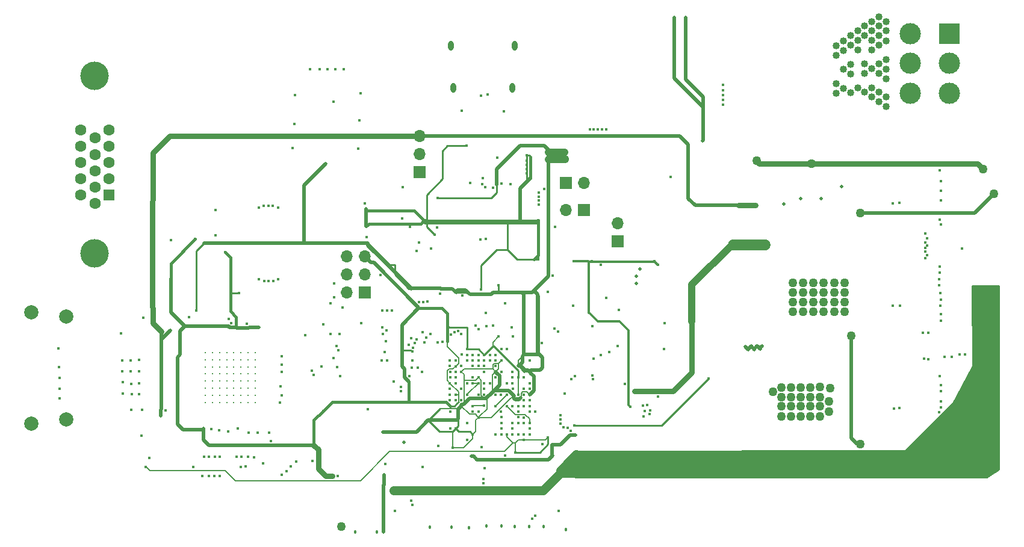
<source format=gbr>
G04 #@! TF.GenerationSoftware,KiCad,Pcbnew,(5.0.2)-1*
G04 #@! TF.CreationDate,2019-04-03T00:40:33-04:00*
G04 #@! TF.ProjectId,RASAC,52415341-432e-46b6-9963-61645f706362,rev?*
G04 #@! TF.SameCoordinates,Original*
G04 #@! TF.FileFunction,Copper,L2,Inr*
G04 #@! TF.FilePolarity,Positive*
%FSLAX46Y46*%
G04 Gerber Fmt 4.6, Leading zero omitted, Abs format (unit mm)*
G04 Created by KiCad (PCBNEW (5.0.2)-1) date 4/3/2019 12:40:33 AM*
%MOMM*%
%LPD*%
G01*
G04 APERTURE LIST*
G04 #@! TA.AperFunction,ViaPad*
%ADD10C,4.000000*%
G04 #@! TD*
G04 #@! TA.AperFunction,ViaPad*
%ADD11C,1.600000*%
G04 #@! TD*
G04 #@! TA.AperFunction,ViaPad*
%ADD12R,1.600000X1.600000*%
G04 #@! TD*
G04 #@! TA.AperFunction,ViaPad*
%ADD13O,0.800000X1.400000*%
G04 #@! TD*
G04 #@! TA.AperFunction,ViaPad*
%ADD14C,0.300000*%
G04 #@! TD*
G04 #@! TA.AperFunction,ViaPad*
%ADD15C,3.000000*%
G04 #@! TD*
G04 #@! TA.AperFunction,ViaPad*
%ADD16R,3.000000X3.000000*%
G04 #@! TD*
G04 #@! TA.AperFunction,ViaPad*
%ADD17O,1.700000X1.700000*%
G04 #@! TD*
G04 #@! TA.AperFunction,ViaPad*
%ADD18R,1.700000X1.700000*%
G04 #@! TD*
G04 #@! TA.AperFunction,ViaPad*
%ADD19C,2.000000*%
G04 #@! TD*
G04 #@! TA.AperFunction,ViaPad*
%ADD20C,0.450088*%
G04 #@! TD*
G04 #@! TA.AperFunction,ViaPad*
%ADD21C,1.270000*%
G04 #@! TD*
G04 #@! TA.AperFunction,ViaPad*
%ADD22C,0.508000*%
G04 #@! TD*
G04 #@! TA.AperFunction,ViaPad*
%ADD23C,0.457200*%
G04 #@! TD*
G04 #@! TA.AperFunction,ViaPad*
%ADD24C,1.016000*%
G04 #@! TD*
G04 #@! TA.AperFunction,Conductor*
%ADD25C,0.508000*%
G04 #@! TD*
G04 #@! TA.AperFunction,Conductor*
%ADD26C,0.762000*%
G04 #@! TD*
G04 #@! TA.AperFunction,Conductor*
%ADD27C,1.270000*%
G04 #@! TD*
G04 #@! TA.AperFunction,Conductor*
%ADD28C,0.254000*%
G04 #@! TD*
G04 #@! TA.AperFunction,Conductor*
%ADD29C,0.381000*%
G04 #@! TD*
G04 #@! TA.AperFunction,Conductor*
%ADD30C,0.152400*%
G04 #@! TD*
G04 #@! TA.AperFunction,Conductor*
%ADD31C,0.406400*%
G04 #@! TD*
G04 #@! TA.AperFunction,Conductor*
%ADD32C,0.203200*%
G04 #@! TD*
G04 #@! TA.AperFunction,Conductor*
%ADD33C,0.304800*%
G04 #@! TD*
G04 #@! TA.AperFunction,Conductor*
%ADD34C,1.524000*%
G04 #@! TD*
G04 #@! TA.AperFunction,Conductor*
%ADD35C,1.016000*%
G04 #@! TD*
G04 APERTURE END LIST*
D10*
G04 #@! TO.N,GND*
G04 #@! TO.C,J6*
X93448920Y-106444900D03*
X93448920Y-81444900D03*
D11*
G04 #@! TO.N,Net-(J6-Pad15)*
X91538920Y-89099900D03*
G04 #@! TO.N,Net-(J6-Pad14)*
X91538920Y-91389900D03*
G04 #@! TO.N,Net-(J6-Pad13)*
X91538920Y-93679900D03*
G04 #@! TO.N,Net-(J6-Pad12)*
X91538920Y-95969900D03*
G04 #@! TO.N,Net-(J6-Pad11)*
X91538920Y-98259900D03*
G04 #@! TO.N,GND*
X93518920Y-90244900D03*
G04 #@! TO.N,Net-(J6-Pad9)*
X93518920Y-92534900D03*
G04 #@! TO.N,GND*
X93518920Y-94824900D03*
X93518920Y-97114900D03*
X93518920Y-99404900D03*
X95498920Y-89099900D03*
G04 #@! TO.N,Net-(J6-Pad4)*
X95498920Y-91389900D03*
G04 #@! TO.N,Net-(J6-Pad3)*
X95498920Y-93679900D03*
G04 #@! TO.N,Net-(J6-Pad2)*
X95498920Y-95969900D03*
D12*
G04 #@! TO.N,Net-(J6-Pad1)*
X95498920Y-98259900D03*
G04 #@! TD*
D13*
G04 #@! TO.N,GND*
G04 #@! TO.C,J4*
X152564380Y-77210640D03*
X143584380Y-77210640D03*
X143944380Y-83160640D03*
X152204380Y-83160640D03*
G04 #@! TD*
D14*
G04 #@! TO.N,GND*
G04 #@! TO.C,J5*
X109052480Y-127429140D03*
X110052480Y-127429140D03*
X111052480Y-127429140D03*
X112052480Y-127429140D03*
X112052480Y-126429140D03*
X111052480Y-126429140D03*
X110052480Y-126429140D03*
X109052480Y-126429140D03*
X109052480Y-125429140D03*
X110052480Y-125429140D03*
X111052480Y-125429140D03*
X112052480Y-125429140D03*
X112052480Y-124429140D03*
X111052480Y-124429140D03*
X110052480Y-124429140D03*
X109052480Y-124429140D03*
X109052480Y-123429140D03*
X110052480Y-123429140D03*
X111052480Y-123429140D03*
X112052480Y-123429140D03*
X112052480Y-122429140D03*
X111052480Y-122429140D03*
X110052480Y-122429140D03*
X109052480Y-122429140D03*
X109052480Y-121429140D03*
X110052480Y-121429140D03*
X111052480Y-121429140D03*
X112052480Y-121429140D03*
X112052480Y-120429140D03*
X111052480Y-120429140D03*
X110052480Y-120429140D03*
X109052480Y-120429140D03*
X113052480Y-127429140D03*
X114052480Y-127429140D03*
X113052480Y-126429140D03*
X114052480Y-126429140D03*
X113052480Y-125429140D03*
X114052480Y-125429140D03*
X114052480Y-124429140D03*
X113052480Y-124429140D03*
X113052480Y-123429140D03*
X114052480Y-123429140D03*
X114052480Y-122429140D03*
X113052480Y-122429140D03*
X113052480Y-121429140D03*
X114052480Y-121429140D03*
X113052480Y-120429140D03*
X114052480Y-120429140D03*
X115052480Y-120429140D03*
X115052480Y-121429140D03*
X115052480Y-122429140D03*
X115052480Y-123429140D03*
X115052480Y-124429140D03*
X115052480Y-125429140D03*
X115052480Y-126429140D03*
X115052480Y-127429140D03*
X116052480Y-127429140D03*
X116052480Y-126429140D03*
X116052480Y-125429140D03*
X116052480Y-124429140D03*
X116052480Y-123429140D03*
X116052480Y-122429140D03*
X116052480Y-121429140D03*
X116052480Y-120429140D03*
G04 #@! TD*
D15*
G04 #@! TO.N,GND*
G04 #@! TO.C,J2*
X208152100Y-83919280D03*
G04 #@! TO.N,Net-(J2-Pad5)*
X208152100Y-79719280D03*
G04 #@! TO.N,GND*
X208152100Y-75519280D03*
G04 #@! TO.N,Net-(D1-Pad2)*
X213652100Y-83919280D03*
G04 #@! TO.N,Net-(J2-Pad2)*
X213652100Y-79719280D03*
D16*
G04 #@! TO.N,Net-(D1-Pad2)*
X213652100Y-75519280D03*
G04 #@! TD*
D17*
G04 #@! TO.N,GND*
G04 #@! TO.C,J3*
X128955800Y-106873040D03*
G04 #@! TO.N,VCC3V3*
X131495800Y-106873040D03*
G04 #@! TO.N,JTAG_TDO*
X128955800Y-109413040D03*
G04 #@! TO.N,JTAG_TDI*
X131495800Y-109413040D03*
G04 #@! TO.N,JTAG_TMS*
X128955800Y-111953040D03*
D18*
G04 #@! TO.N,JTAG_TCK*
X131495800Y-111953040D03*
G04 #@! TD*
D19*
G04 #@! TO.N,GND*
G04 #@! TO.C,J7*
X84594700Y-130460880D03*
X84594700Y-114760880D03*
X89494700Y-129860880D03*
X89494700Y-115360880D03*
G04 #@! TD*
D17*
G04 #@! TO.N,JTAG_TDI*
G04 #@! TO.C,J8*
X162308540Y-96545400D03*
D18*
G04 #@! TO.N,Net-(J8-Pad1)*
X159768540Y-96545400D03*
G04 #@! TD*
D17*
G04 #@! TO.N,Net-(J9-Pad2)*
G04 #@! TO.C,J9*
X159781240Y-100342700D03*
D18*
G04 #@! TO.N,JTAG_TDO*
X162321240Y-100342700D03*
G04 #@! TD*
D17*
G04 #@! TO.N,VCC5V0*
G04 #@! TO.C,J12*
X139158980Y-89966800D03*
G04 #@! TO.N,Net-(J12-Pad2)*
X139158980Y-92506800D03*
D18*
G04 #@! TO.N,USB_VBUS_1*
X139158980Y-95046800D03*
G04 #@! TD*
G04 #@! TO.N,EMCCLK*
G04 #@! TO.C,J14*
X167048180Y-104792780D03*
D17*
G04 #@! TO.N,Net-(J14-Pad2)*
X167048180Y-102252780D03*
G04 #@! TD*
D20*
G04 #@! TO.N,PCIe_CLK_P*
X153858648Y-129536390D03*
X148163280Y-138187176D03*
X158996873Y-129205686D03*
G04 #@! TO.N,PCIe_CLK_N*
X153858648Y-130336490D03*
X148163280Y-138815064D03*
X158996873Y-129833574D03*
D21*
G04 #@! TO.N,PCIe_12V*
X201168000Y-100774500D03*
X219951300Y-98105280D03*
X194284600Y-93802200D03*
X218435740Y-94589720D03*
X186588400Y-93446600D03*
D22*
X219951300Y-132892800D03*
X219951300Y-132280660D03*
X219951300Y-131658360D03*
X219951300Y-131036060D03*
X219951300Y-130395980D03*
X219951300Y-129811780D03*
X219951300Y-129209800D03*
X219951300Y-128605280D03*
X219951300Y-128117600D03*
X219673600Y-126555500D03*
X219198620Y-126080520D03*
X217420500Y-123302400D03*
X217420500Y-123302400D03*
X217420500Y-123302400D03*
X219951300Y-120771600D03*
X217420500Y-123302400D03*
X217420500Y-123302400D03*
X219951300Y-123512580D03*
X219951300Y-122359420D03*
X219951300Y-124485400D03*
X217420500Y-124302400D03*
X217420500Y-123784360D03*
X217987040Y-124868940D03*
X217987040Y-124868940D03*
X217987040Y-124868940D03*
X219951300Y-119253000D03*
X219155960Y-121566940D03*
X219951300Y-118704360D03*
X219951300Y-116908580D03*
X219951300Y-116329460D03*
X219951300Y-114477800D03*
X219951300Y-113954560D03*
X219951300Y-113398300D03*
X219951300Y-112842040D03*
D20*
X138371580Y-139852400D03*
X137906760Y-139852400D03*
X137441940Y-139852400D03*
X136972040Y-139852400D03*
X136507220Y-139852400D03*
X136039860Y-139852400D03*
X135575040Y-139852400D03*
D21*
X128153160Y-144895160D03*
D20*
G04 #@! TO.N,VCC3V3*
X143442108Y-124718010D03*
X143056028Y-118809970D03*
X154273967Y-95232348D03*
X154279047Y-94627828D03*
X154286667Y-94023308D03*
X154279047Y-93451808D03*
X154286667Y-92656788D03*
X131622800Y-100210620D03*
X131655820Y-102689660D03*
X141290040Y-103840280D03*
X145760440Y-91338400D03*
X155864560Y-101823520D03*
X155851860Y-107289600D03*
X147820380Y-111531400D03*
X144254220Y-122339100D03*
X143461740Y-127932180D03*
X144246600Y-126326900D03*
X153052780Y-123934220D03*
X153047700Y-126329440D03*
X105516680Y-120680480D03*
X105153460Y-123080780D03*
X110754160Y-116738400D03*
X116558060Y-116852700D03*
X104178100Y-110025180D03*
X105112820Y-126164340D03*
X108788200Y-131066540D03*
X126875540Y-137782300D03*
X112572800Y-110690660D03*
X112565180Y-112016540D03*
X148254720Y-120731280D03*
X150294340Y-118181120D03*
X145855108Y-119938800D03*
X127635000Y-137782300D03*
X131622800Y-102077520D03*
X131622800Y-101396800D03*
X131622800Y-100774500D03*
X138142980Y-120302020D03*
X160825180Y-107535980D03*
X162986720Y-114137440D03*
X172709840Y-108104940D03*
X172161200Y-107556300D03*
X125453140Y-137302240D03*
X124940060Y-136789160D03*
X125933200Y-137782300D03*
X168793160Y-128036320D03*
X152112753Y-101955600D03*
X152112753Y-101955600D03*
X153024840Y-102143560D03*
X105905300Y-131267200D03*
X113807240Y-112016540D03*
X163377880Y-107602020D03*
X125615700Y-128615440D03*
X111843820Y-106324400D03*
X107582300Y-104457500D03*
D21*
G04 #@! TO.N,MGTAVCC*
X199885300Y-118071900D03*
X201180700Y-133261100D03*
D20*
X154656008Y-130333950D03*
X151458348Y-126336290D03*
X151463428Y-127941370D03*
X149863328Y-127941270D03*
X148243008Y-127920950D03*
X146653168Y-127931110D03*
X145852968Y-126335990D03*
X147463328Y-124725630D03*
X146647688Y-124725630D03*
X184912000Y-105257600D03*
X185437780Y-105257600D03*
X185841640Y-105257600D03*
X187107700Y-105309800D03*
X187107700Y-105309800D03*
X187777120Y-105257600D03*
X152252680Y-124736860D03*
X177459640Y-116065300D03*
X177459640Y-115590320D03*
X177459640Y-115062000D03*
X177459640Y-114515900D03*
X148258352Y-125526800D03*
X157802580Y-133398260D03*
X161071754Y-132042094D03*
X169367200Y-125816360D03*
X146469100Y-135018780D03*
X179069780Y-85910420D03*
X179029360Y-84421980D03*
X179003200Y-90606120D03*
X176578260Y-73245980D03*
X174980600Y-73245980D03*
D23*
G04 #@! TO.N,VCC1V8*
X184950100Y-119570500D03*
X185381900Y-120012460D03*
X185790840Y-119537480D03*
X186253120Y-119999760D03*
X186618880Y-119517160D03*
X187076080Y-119946420D03*
X187325000Y-119458740D03*
D20*
X144254908Y-131134050D03*
X147452768Y-129533850D03*
X145052468Y-127931110D03*
X156444368Y-121136610D03*
X153061088Y-122327870D03*
X154656208Y-123133050D03*
X150650628Y-121537930D03*
X145049928Y-123127970D03*
X147460288Y-123938230D03*
X149847488Y-123125430D03*
X140393420Y-129943860D03*
X146657060Y-131937760D03*
X149072600Y-126329440D03*
X154658060Y-126334520D03*
X153847800Y-120723660D03*
X143852900Y-133799580D03*
X134002780Y-131594860D03*
X149983907Y-96847788D03*
X141678660Y-98656140D03*
X135691880Y-109100620D03*
X150301960Y-110916720D03*
X107777280Y-114533680D03*
X151457660Y-119931180D03*
X116367560Y-105046780D03*
X117706140Y-105046780D03*
X118513860Y-105046780D03*
X119479060Y-105046780D03*
X117002560Y-105044240D03*
X118988840Y-105044240D03*
X157312360Y-93210380D03*
X159636460Y-93207840D03*
X158805880Y-93210380D03*
X158003240Y-93210380D03*
X159588200Y-92257880D03*
X157312360Y-92257880D03*
X158048960Y-92257880D03*
X158833820Y-92257880D03*
X128234440Y-105046780D03*
X126011940Y-93842840D03*
X127043261Y-85130640D03*
G04 #@! TO.N,MGTAVTT*
X153852880Y-132735320D03*
X160924240Y-130670440D03*
X179806600Y-124104400D03*
X151460200Y-131935220D03*
X152655508Y-134517368D03*
X157238700Y-132333450D03*
X100652580Y-136512300D03*
G04 #@! TO.N,Net-(C69-Pad1)*
X150131227Y-92966668D03*
G04 #@! TO.N,Net-(C70-Pad1)*
X146311507Y-96540320D03*
G04 #@! TO.N,VCC2V5*
X172735240Y-126611380D03*
X173649640Y-116255800D03*
G04 #@! TO.N,VCC5V0*
X104106980Y-117320060D03*
X102821740Y-117429280D03*
X102778560Y-129339340D03*
X184073800Y-99720400D03*
X185607960Y-99720400D03*
X184800240Y-99720400D03*
X186425840Y-99720400D03*
X101699060Y-114244120D03*
X101585550Y-113901136D03*
X101617655Y-107792520D03*
X101627813Y-105859580D03*
G04 #@! TO.N,Net-(D3-Pad2)*
X143449728Y-125528270D03*
X152166320Y-116868956D03*
G04 #@! TO.N,Net-(D4-Pad2)*
X152255908Y-123935690D03*
X152265380Y-118101364D03*
G04 #@! TO.N,MSEN*
X112359440Y-115702080D03*
G04 #@! TO.N,PCIe_PRSNT_B*
X135712200Y-142707360D03*
X158696660Y-142707360D03*
G04 #@! TO.N,PCIe_3.3V*
X134147560Y-137612120D03*
X134139940Y-145689320D03*
X134139940Y-144559020D03*
X134139940Y-143543020D03*
G04 #@! TO.N,PCIe_WAKE_B*
X149855608Y-122332950D03*
X138160760Y-141874240D03*
G04 #@! TO.N,PCIe_PERST*
X137965180Y-141218920D03*
X149065668Y-121522690D03*
X148343620Y-136644380D03*
G04 #@! TO.N,PCIe_RX0_P*
X152255908Y-131134050D03*
G04 #@! TO.N,PCIe_RX0_N*
X152255908Y-131931610D03*
G04 #@! TO.N,PCIe_RX1_P*
X159008068Y-130461008D03*
G04 #@! TO.N,PCIe_RX1_N*
X159452052Y-130904992D03*
G04 #@! TO.N,PCIe_RX2_P*
X154653668Y-131128970D03*
X160011453Y-130991898D03*
G04 #@! TO.N,PCIe_RX2_N*
X154653668Y-131929070D03*
X160455437Y-131435882D03*
G04 #@! TO.N,PCIe_RX3_P*
X150660788Y-131131510D03*
X154977088Y-143815812D03*
G04 #@! TO.N,PCIe_RX3_N*
X155421072Y-143371828D03*
X150658248Y-131926530D03*
G04 #@! TO.N,JTAG_TDO*
X143449728Y-127128470D03*
G04 #@! TO.N,JTAG_TDI*
X143449728Y-126325830D03*
G04 #@! TO.N,JTAG_TMS*
X144254908Y-127131010D03*
X158239460Y-102692200D03*
X157867604Y-109552740D03*
X133712214Y-109533426D03*
G04 #@! TO.N,JTAG_TCK*
X152258448Y-127933650D03*
X156690060Y-97398840D03*
G04 #@! TO.N,USB_DM_1*
X148003260Y-96707960D03*
X148711558Y-84103042D03*
X147828000Y-84312760D03*
G04 #@! TO.N,USB_DP_1*
X148396960Y-97119440D03*
G04 #@! TO.N,HDMI_D1*
X119811800Y-120944640D03*
G04 #@! TO.N,HDMI_D3*
X119755920Y-122095260D03*
G04 #@! TO.N,HDMI_D5*
X119776240Y-123108720D03*
G04 #@! TO.N,HDMI_D7*
X119651780Y-125188980D03*
G04 #@! TO.N,HDMI_D9*
X119778780Y-126474220D03*
G04 #@! TO.N,HDMI_D11*
X119501920Y-127480060D03*
G04 #@! TO.N,HDMI_D13*
X116377720Y-131681220D03*
G04 #@! TO.N,HDMI_D15*
X115100100Y-131668520D03*
G04 #@! TO.N,HDMI_D17*
X113596420Y-131056380D03*
G04 #@! TO.N,HDMI_D19*
X112247680Y-131498340D03*
G04 #@! TO.N,HDMI_D21*
X111025940Y-131320540D03*
G04 #@! TO.N,HDMI_D23*
X109898180Y-131213860D03*
G04 #@! TO.N,HDMI_SCL*
X126644400Y-113474500D03*
X157182820Y-111899700D03*
G04 #@! TO.N,HDMI_SDA*
X154658748Y-124735790D03*
X128323340Y-114110516D03*
G04 #@! TO.N,HDMI_RST*
X137713720Y-123710700D03*
X128005840Y-123725940D03*
G04 #@! TO.N,HPD*
X112694720Y-116283740D03*
X100274120Y-115511580D03*
G04 #@! TO.N,HDMI_HSYNC*
X114901980Y-116372640D03*
G04 #@! TO.N,Net-(J6-Pad3)*
X163517580Y-116697760D03*
X133913880Y-114513360D03*
G04 #@! TO.N,Net-(J6-Pad2)*
X163609020Y-121307860D03*
X134594600Y-114520980D03*
G04 #@! TO.N,Net-(J6-Pad1)*
X164658040Y-120787160D03*
X135242300Y-114475260D03*
G04 #@! TO.N,Net-(J13-Pad3)*
X152255908Y-123133050D03*
X165821360Y-120378220D03*
G04 #@! TO.N,Net-(J13-Pad2)*
X144252368Y-124728170D03*
X173583600Y-119915940D03*
G04 #@! TO.N,Net-(J13-Pad1)*
X144254908Y-123933150D03*
X167055800Y-119527320D03*
G04 #@! TO.N,EMCCLK*
X148602700Y-116718080D03*
X160807594Y-113860774D03*
G04 #@! TO.N,Net-(R10-Pad2)*
X141650720Y-102814120D03*
G04 #@! TO.N,Net-(R11-Pad1)*
X131439920Y-99456240D03*
G04 #@! TO.N,Net-(R12-Pad1)*
X136761220Y-101544120D03*
G04 #@! TO.N,Net-(R13-Pad2)*
X137853420Y-102768400D03*
G04 #@! TO.N,Net-(R13-Pad1)*
X139090400Y-104942640D03*
G04 #@! TO.N,FCS_B*
X148257948Y-121527770D03*
X164632640Y-108058204D03*
G04 #@! TO.N,D01*
X148490940Y-114843560D03*
G04 #@! TO.N,D02*
X149863228Y-121525230D03*
X149506940Y-116651024D03*
X151185880Y-113449100D03*
G04 #@! TO.N,SYSCLK_N*
X147452768Y-121530310D03*
D22*
X169687240Y-110685580D03*
D20*
G04 #@! TO.N,SYSCLK_P*
X147452768Y-120735290D03*
D22*
X170134280Y-108686600D03*
D20*
G04 #@! TO.N,D03*
X149853068Y-120730210D03*
G04 #@! TO.N,D00*
X149055508Y-120730210D03*
G04 #@! TO.N,Net-(R25-Pad2)*
X145055008Y-125533350D03*
D22*
X137015220Y-133073140D03*
D20*
G04 #@! TO.N,RxD_LED*
X140779500Y-105740200D03*
G04 #@! TO.N,HDMI_R_D0*
X146657748Y-122330410D03*
X123093480Y-117995700D03*
G04 #@! TO.N,HDMI_R_D2*
X126631700Y-117843300D03*
X139628880Y-117525800D03*
G04 #@! TO.N,HDMI_R_D4*
X127510540Y-119471440D03*
X140070840Y-118290340D03*
G04 #@! TO.N,HDMI_R_D6*
X145855108Y-120735290D03*
X127767080Y-120073420D03*
G04 #@! TO.N,HDMI_R_D8*
X144257448Y-121532850D03*
X125374400Y-122389900D03*
G04 #@! TO.N,HDMI_R_D10*
X143449728Y-121525230D03*
X127091440Y-121223024D03*
G04 #@! TO.N,HDMI_R_D12*
X145051780Y-117800120D03*
X118051580Y-131655820D03*
G04 #@! TO.N,HDMI_R_D14*
X143581120Y-117924580D03*
X115872260Y-135135620D03*
G04 #@! TO.N,HDMI_R_D16*
X114145060Y-135082280D03*
X142412720Y-118905020D03*
G04 #@! TO.N,HDMI_R_D18*
X138785600Y-118534180D03*
X114729260Y-136401556D03*
G04 #@! TO.N,HDMI_R_D20*
X111066580Y-135082280D03*
X139880340Y-119021860D03*
X117177820Y-136027160D03*
G04 #@! TO.N,HDMI_R_D22*
X143454808Y-123130510D03*
X109585760Y-135061960D03*
G04 #@! TO.N,HDMI_R_CLK*
X123982480Y-122958860D03*
X138089640Y-122547380D03*
G04 #@! TO.N,HDMI_R_VSYNC*
X127904240Y-117772180D03*
X133985000Y-117787420D03*
X137680700Y-119316500D03*
G04 #@! TO.N,HDMI_R_D1*
X146657748Y-120730210D03*
X134518400Y-117307360D03*
G04 #@! TO.N,HDMI_R_D3*
X134475220Y-118831360D03*
X140723620Y-117769640D03*
G04 #@! TO.N,HDMI_R_D5*
X145862728Y-121527770D03*
X134246620Y-120327420D03*
G04 #@! TO.N,HDMI_R_D7*
X145055008Y-122332950D03*
X124305060Y-123588780D03*
G04 #@! TO.N,HDMI_R_D9*
X143452268Y-122330410D03*
X134610856Y-121571511D03*
G04 #@! TO.N,HDMI_R_D11*
X145062628Y-120725130D03*
X133868160Y-121488200D03*
X138148060Y-121513600D03*
G04 #@! TO.N,HDMI_R_D13*
X144622520Y-117386100D03*
X118287800Y-132898896D03*
G04 #@! TO.N,HDMI_R_D15*
X144063720Y-117525800D03*
X115067080Y-135100060D03*
G04 #@! TO.N,HDMI_R_D17*
X113428780Y-135094980D03*
X138272520Y-119715280D03*
G04 #@! TO.N,HDMI_R_D19*
X138501120Y-119098060D03*
X114000280Y-136547860D03*
G04 #@! TO.N,HDMI_R_D21*
X144252368Y-123127970D03*
X110411260Y-135082280D03*
G04 #@! TO.N,HDMI_R_D23*
X138887200Y-122565160D03*
X127541020Y-122483880D03*
X108902500Y-135041640D03*
G04 #@! TO.N,HDMI_R_HSYNC*
X133967220Y-116885720D03*
X137967720Y-118379240D03*
G04 #@! TO.N,HDMI_R_DE*
X143457348Y-123933150D03*
X130987800Y-116273580D03*
X125636020Y-116448840D03*
G04 #@! TO.N,Net-(R60-Pad1)*
X103416100Y-128595120D03*
G04 #@! TO.N,VGA_R3*
X154653668Y-127933650D03*
G04 #@! TO.N,VGA_G1*
X154651128Y-127128470D03*
G04 #@! TO.N,VGA_B1*
X158640780Y-117469920D03*
G04 #@! TO.N,VGA_R2*
X153858648Y-127938730D03*
G04 #@! TO.N,VGA_R4*
X153851028Y-127125930D03*
X160477200Y-124188220D03*
X163583620Y-124185680D03*
G04 #@! TO.N,VGA_G4*
X154651128Y-125530810D03*
G04 #@! TO.N,VGA_B4*
X153856108Y-125530810D03*
G04 #@! TO.N,VGA_VS*
X147457848Y-122332950D03*
X127134620Y-110718600D03*
G04 #@! TO.N,VGA_HS*
X127114300Y-112636300D03*
X147448704Y-117149880D03*
X142031720Y-112102900D03*
G04 #@! TO.N,TxD_LED*
X138780520Y-106090720D03*
G04 #@! TO.N,CCLK*
X153058548Y-127936190D03*
X159594804Y-126156046D03*
X167182800Y-114399060D03*
G04 #@! TO.N,VGA_R1*
X153863728Y-126341070D03*
X161046160Y-123736100D03*
X163509960Y-123629420D03*
G04 #@! TO.N,TTL_DSR1*
X135569960Y-124531120D03*
X136563100Y-125293120D03*
G04 #@! TO.N,TTL_RI1*
X148260488Y-122330410D03*
X145204180Y-112387889D03*
G04 #@! TO.N,GND*
X171521120Y-129082800D03*
X155935680Y-97909380D03*
X155961080Y-98465640D03*
X155973780Y-99009200D03*
X155973780Y-99568000D03*
D21*
X191643000Y-110629700D03*
X193090800Y-110629700D03*
X194564000Y-110629700D03*
X196011800Y-110629700D03*
X198958200Y-110629700D03*
X197510400Y-110629700D03*
X191643000Y-112001300D03*
X198958200Y-112001300D03*
X193090800Y-112001300D03*
X196011800Y-112001300D03*
X197510400Y-112001300D03*
X194564000Y-112001300D03*
X191643000Y-113334800D03*
X198958200Y-113334800D03*
X193090800Y-113334800D03*
X193090800Y-114706400D03*
X197510400Y-114706400D03*
X196011800Y-113334800D03*
X197510400Y-113334800D03*
X194564000Y-114706400D03*
X196011800Y-114706400D03*
X194564000Y-113334800D03*
X191643000Y-114706400D03*
X198958200Y-114706400D03*
X190080900Y-125310900D03*
X191439800Y-125298200D03*
X192798700Y-125298200D03*
X194144900Y-125298200D03*
X195478400Y-125285500D03*
X196900800Y-125399800D03*
X190080900Y-126657100D03*
X191439800Y-126657100D03*
X192786000Y-126657100D03*
X194144900Y-126657100D03*
X195491100Y-126657100D03*
X190080900Y-128003300D03*
X191439800Y-128003300D03*
X192786000Y-128003300D03*
X194144900Y-128003300D03*
X195491100Y-128003300D03*
X196761100Y-127317500D03*
X190080900Y-129362200D03*
X191439800Y-129362200D03*
X192786000Y-129362200D03*
X194144900Y-129362200D03*
X195491100Y-129362200D03*
X196748400Y-128727200D03*
X188899800Y-125958600D03*
D24*
X204774800Y-81876900D03*
X204774800Y-80518000D03*
X204774800Y-79197200D03*
X204787500Y-75171300D03*
X204787500Y-73850500D03*
X204787500Y-76530200D03*
X204774800Y-84480400D03*
X204774800Y-85801200D03*
X203784200Y-85102700D03*
X203796900Y-73152000D03*
X203796900Y-74472800D03*
X203796900Y-75831700D03*
X203796900Y-77152500D03*
X203784200Y-83781900D03*
X203784200Y-79819500D03*
X203784200Y-81178400D03*
X202780900Y-83172300D03*
X202780900Y-80492600D03*
X202793600Y-75145900D03*
X202793600Y-76504800D03*
X202793600Y-73825100D03*
X202780900Y-84455000D03*
X202793600Y-77825600D03*
X201764900Y-83781900D03*
X201777600Y-74472800D03*
X201764900Y-81178400D03*
X201777600Y-75831700D03*
X201764900Y-79819500D03*
X200812400Y-75133200D03*
X200812400Y-76492100D03*
X200812400Y-77812900D03*
X200799700Y-83159600D03*
X199809100Y-77203300D03*
X199796400Y-79870300D03*
X199796400Y-81191100D03*
X199809100Y-75844400D03*
X199796400Y-83870800D03*
X198793100Y-80581500D03*
X198793100Y-83261200D03*
X198805800Y-76555600D03*
X198805800Y-77914500D03*
X197751700Y-82562700D03*
X197751700Y-83921600D03*
X197764400Y-77216000D03*
X197764400Y-78574900D03*
D20*
X143459888Y-128723590D03*
X155458848Y-128730110D03*
X154651128Y-128737830D03*
X153056008Y-128733750D03*
X153856108Y-131934150D03*
X153058548Y-131926530D03*
X153043308Y-129510990D03*
X153043308Y-130331410D03*
X152257548Y-130331410D03*
X148257948Y-123131010D03*
X146657748Y-123938230D03*
X145847488Y-124725630D03*
X148255408Y-126333450D03*
X147455308Y-126333450D03*
X149865768Y-131944310D03*
X150658248Y-130330710D03*
X150660788Y-129528170D03*
X150650128Y-128738830D03*
X145852568Y-130336490D03*
X147467908Y-128721050D03*
X146643108Y-128721050D03*
X145050528Y-127128470D03*
X154658748Y-121530310D03*
X156345308Y-119043650D03*
X153853568Y-123935690D03*
X141707288Y-118985230D03*
X149847988Y-123925930D03*
X149055508Y-124733450D03*
X148263028Y-124725930D03*
X152260988Y-125527970D03*
X150650428Y-126328370D03*
X149852968Y-126335990D03*
X156479928Y-133333690D03*
X141823440Y-133565900D03*
X143456660Y-131132580D03*
D23*
X133151880Y-145653760D03*
X130152140Y-145635980D03*
X148587460Y-144846040D03*
X150670260Y-144802860D03*
X152580340Y-144861280D03*
X154622500Y-144912080D03*
X156641800Y-144879060D03*
X159712660Y-145282920D03*
X140594080Y-145011140D03*
X143642080Y-144967960D03*
X146146520Y-145059400D03*
D20*
X131864600Y-128409700D03*
X181889400Y-82791300D03*
X148107400Y-95839280D03*
X151975820Y-96735900D03*
X150713440Y-96634300D03*
X149484080Y-97195640D03*
X131724400Y-104208580D03*
X139684760Y-113281460D03*
X139103100Y-113281460D03*
X140281660Y-113263680D03*
X136776460Y-97162620D03*
X97340420Y-121546620D03*
X98516440Y-121511060D03*
X99738180Y-121432320D03*
X97360740Y-123052840D03*
X98516440Y-123022360D03*
X99738180Y-123029980D03*
X97403920Y-124548900D03*
X98610420Y-124856240D03*
X99740720Y-124747020D03*
X97411540Y-126192280D03*
X98696780Y-126311660D03*
X99715320Y-126286260D03*
X97200720Y-117703600D03*
X88572340Y-123954540D03*
X88549480Y-125534420D03*
X88506300Y-126852680D03*
X88425020Y-122491500D03*
X88358980Y-119844820D03*
X98645980Y-128460500D03*
X100157280Y-128498600D03*
X106791760Y-115404900D03*
X147858480Y-133758940D03*
X158163260Y-117005100D03*
X136547860Y-125872240D03*
X139501880Y-123123960D03*
X147060920Y-116651024D03*
X150652480Y-119931180D03*
X146646900Y-121533920D03*
X151185880Y-134912100D03*
X145846800Y-132735320D03*
X165397180Y-112717580D03*
X168008300Y-124833380D03*
D22*
X195658740Y-98787200D03*
X192808860Y-98787200D03*
X190436500Y-99549200D03*
X198501000Y-97034600D03*
X169689780Y-109707680D03*
D20*
X117241320Y-99763580D03*
X118498620Y-99763580D03*
X117904260Y-99763580D03*
X116551960Y-100042980D03*
X119293640Y-100024180D03*
X116561578Y-110093760D03*
X119246440Y-110131860D03*
X117937280Y-110317280D03*
X117302280Y-110317280D03*
X118574820Y-110317280D03*
X174525940Y-95694500D03*
X148508720Y-104437180D03*
X147718780Y-104480360D03*
X100047140Y-132090160D03*
X101125020Y-135224520D03*
X181889400Y-83540600D03*
X164251640Y-89016840D03*
X164848540Y-89016840D03*
X165426520Y-89016840D03*
X163687760Y-89016840D03*
X163119940Y-89016840D03*
X134393940Y-136108440D03*
X139631420Y-136525000D03*
X181889400Y-84193380D03*
X181889400Y-84838540D03*
X181889400Y-85534500D03*
X121285000Y-91658440D03*
X121533920Y-88285320D03*
X123787500Y-80538320D03*
X125115320Y-80538320D03*
X127355600Y-80538320D03*
X128551340Y-80538320D03*
X126184660Y-80538320D03*
X121678700Y-84234020D03*
X130898900Y-83969860D03*
X130670300Y-87762080D03*
X130540760Y-91762580D03*
X150655020Y-123110244D03*
X151465280Y-124724160D03*
X104198420Y-104594060D03*
X110495080Y-103941880D03*
X110477300Y-100332540D03*
X151038560Y-86436200D03*
X145143220Y-86395560D03*
X215097360Y-120665240D03*
X215869520Y-120690640D03*
X213989920Y-120995440D03*
X213032340Y-120985280D03*
X210114220Y-121315480D03*
X210759040Y-121328180D03*
X210723480Y-117668040D03*
X209974180Y-117607080D03*
X212519260Y-124973080D03*
X212331300Y-123738640D03*
X206659480Y-128249680D03*
X205854300Y-128270000D03*
X212463380Y-128137920D03*
X212498940Y-125854460D03*
X212257640Y-128793240D03*
X212481160Y-127276860D03*
X212529420Y-115963700D03*
X212529420Y-114975640D03*
X212432900Y-113863120D03*
X210312000Y-103687880D03*
X210563460Y-104315260D03*
X210312000Y-104904540D03*
X210563460Y-105343960D03*
X210312000Y-105679240D03*
X210312000Y-106205020D03*
X210563460Y-106728260D03*
X210312000Y-107149900D03*
X212305900Y-108303060D03*
X212369400Y-109143800D03*
X212285580Y-110129320D03*
X212285580Y-110987840D03*
X212389720Y-112016540D03*
X212493860Y-113004600D03*
X206702660Y-113822480D03*
X205737460Y-113822480D03*
X206639160Y-99372420D03*
X205724760Y-99430840D03*
X212341460Y-94792800D03*
X212519180Y-96271080D03*
X212519260Y-97660460D03*
X212519260Y-99016820D03*
X212310980Y-101706680D03*
X212458300Y-102415340D03*
X215473280Y-105783380D03*
X170591480Y-127909320D03*
X171223940Y-127825500D03*
X170802300Y-128617980D03*
X171566840Y-128592980D03*
X170644820Y-129405380D03*
X111074200Y-137789920D03*
X110274100Y-137789920D03*
X109504480Y-137789920D03*
X107309400Y-136525000D03*
X108574320Y-137789920D03*
X119804180Y-137586720D03*
X120502680Y-137078720D03*
X121097040Y-136423400D03*
X121795540Y-135770620D03*
X124104400Y-135696960D03*
G04 #@! TD*
D25*
G04 #@! TO.N,PCIe_12V*
X201168000Y-100774500D02*
X217282080Y-100774500D01*
X217282080Y-100774500D02*
X219951300Y-98105280D01*
D26*
X194284600Y-93802200D02*
X217648220Y-93802200D01*
X217648220Y-93802200D02*
X218435740Y-94589720D01*
X186944000Y-93802200D02*
X186588400Y-93446600D01*
X194284600Y-93802200D02*
X186944000Y-93802200D01*
D27*
X135575040Y-139852400D02*
X156504640Y-139852400D01*
X156504640Y-139852400D02*
X158968440Y-137388600D01*
X158968440Y-137388600D02*
X162013900Y-137388600D01*
X158968440Y-137388600D02*
X159468820Y-137388600D01*
X158968440Y-137388600D02*
X158968440Y-136992360D01*
X158968440Y-136992360D02*
X161201100Y-134759700D01*
X158968440Y-136992360D02*
X160599120Y-136992360D01*
X160599120Y-136992360D02*
X161411920Y-136179560D01*
D28*
G04 #@! TO.N,VCC3V3*
X131622800Y-100210620D02*
X131847843Y-100435663D01*
X140154660Y-102704900D02*
X141290040Y-103840280D01*
X140154660Y-101823520D02*
X140154660Y-102704900D01*
X140154660Y-101823520D02*
X140154660Y-98567240D01*
X140154660Y-98567240D02*
X140154660Y-98206560D01*
X140154660Y-98206560D02*
X142361920Y-95999300D01*
X142361920Y-95999300D02*
X142361920Y-92085160D01*
X142361920Y-92085160D02*
X143108680Y-91338400D01*
X143108680Y-91338400D02*
X145760440Y-91338400D01*
X153177240Y-101823520D02*
X153177240Y-97256600D01*
X153177240Y-97256600D02*
X154287220Y-96146620D01*
X154287220Y-95563861D02*
X154287220Y-96146620D01*
X154273967Y-95550608D02*
X154287220Y-95563861D01*
X154273967Y-95232348D02*
X154273967Y-95550608D01*
X154273967Y-94632908D02*
X154279047Y-94627828D01*
X154273967Y-95232348D02*
X154273967Y-94632908D01*
X154286667Y-94620208D02*
X154279047Y-94627828D01*
X154286667Y-94023308D02*
X154286667Y-94620208D01*
X154279047Y-94015688D02*
X154286667Y-94023308D01*
X154279047Y-93451808D02*
X154279047Y-94015688D01*
X154286667Y-93444188D02*
X154279047Y-93451808D01*
X154286667Y-92656788D02*
X154286667Y-93444188D01*
X154604927Y-92656788D02*
X154774900Y-92826761D01*
X154286667Y-92656788D02*
X154604927Y-92656788D01*
X154774900Y-95658940D02*
X154287220Y-96146620D01*
X155851860Y-101836220D02*
X155864560Y-101823520D01*
X155851860Y-107289600D02*
X155851860Y-101836220D01*
X152910540Y-107289600D02*
X151564340Y-105943400D01*
X140154660Y-101823520D02*
X151564340Y-101823520D01*
X151564340Y-101823520D02*
X153177240Y-101823520D01*
X151564340Y-105943400D02*
X150053040Y-105943400D01*
X150053040Y-105943400D02*
X147820380Y-108176060D01*
X147820380Y-108176060D02*
X147820380Y-111531400D01*
D29*
X140154660Y-101823520D02*
X139771120Y-101823520D01*
X138383263Y-100435663D02*
X131847843Y-100435663D01*
X139771120Y-101823520D02*
X138383263Y-100435663D01*
X139317985Y-102276655D02*
X139771120Y-101823520D01*
X132068825Y-102276655D02*
X139317985Y-102276655D01*
X131655820Y-102689660D02*
X132068825Y-102276655D01*
X139771120Y-101823520D02*
X139771120Y-101958140D01*
X139956540Y-102143560D02*
X151564340Y-102143560D01*
X139771120Y-101958140D02*
X139956540Y-102143560D01*
D28*
X151564340Y-105943400D02*
X151564340Y-102143560D01*
X151564340Y-102143560D02*
X151564340Y-101823520D01*
D29*
X155544520Y-102143560D02*
X155864560Y-101823520D01*
X155864560Y-106720640D02*
X155295600Y-107289600D01*
X155864560Y-101823520D02*
X155864560Y-106720640D01*
D28*
X155851860Y-107289600D02*
X155295600Y-107289600D01*
X155295600Y-107289600D02*
X152910540Y-107289600D01*
D29*
X153327100Y-101823520D02*
X153327100Y-97330260D01*
D28*
X153327100Y-101823520D02*
X155864560Y-101823520D01*
X153177240Y-101823520D02*
X153327100Y-101823520D01*
D29*
X154774900Y-95882460D02*
X154774900Y-92920820D01*
X153327100Y-97330260D02*
X154774900Y-95882460D01*
D28*
X154774900Y-92826761D02*
X154774900Y-92920820D01*
X154774900Y-92920820D02*
X154774900Y-95658940D01*
D30*
X143442108Y-124718010D02*
X143042640Y-124318542D01*
X143042640Y-122984058D02*
X143296438Y-122730260D01*
X143042640Y-124318542D02*
X143042640Y-122984058D01*
X143296438Y-122730260D02*
X143863060Y-122730260D01*
X144660075Y-125935977D02*
X143442108Y-124718010D01*
X144673083Y-125935977D02*
X144660075Y-125935977D01*
X144256760Y-126316740D02*
X144246600Y-126326900D01*
X144673083Y-126316740D02*
X144256760Y-126316740D01*
X144673083Y-126316740D02*
X144673083Y-125935977D01*
X144673083Y-127271455D02*
X144673083Y-126316740D01*
D29*
X142285720Y-114175540D02*
X143056028Y-114945848D01*
X139049760Y-114175540D02*
X142285720Y-114175540D01*
D28*
X105112820Y-123121420D02*
X105153460Y-123080780D01*
X105112820Y-126164340D02*
X105112820Y-123121420D01*
X105153460Y-121043700D02*
X105516680Y-120680480D01*
X105153460Y-123080780D02*
X105153460Y-121043700D01*
X108587540Y-131267200D02*
X108788200Y-131066540D01*
D31*
X124297440Y-133454140D02*
X124297440Y-129933700D01*
X142872460Y-127342900D02*
X143461740Y-127932180D01*
X137665460Y-127342900D02*
X137665460Y-124513340D01*
X137665460Y-127342900D02*
X142872460Y-127342900D01*
X126888240Y-127342900D02*
X137665460Y-127342900D01*
X112565180Y-114622580D02*
X112565180Y-112016540D01*
X113377980Y-116852700D02*
X113377980Y-115435380D01*
X113377980Y-115435380D02*
X112565180Y-114622580D01*
X112572800Y-112008920D02*
X112565180Y-112016540D01*
X112572800Y-110690660D02*
X112572800Y-112008920D01*
D25*
X137033000Y-123880880D02*
X137033000Y-122737880D01*
X137665460Y-124513340D02*
X137033000Y-123880880D01*
X137033000Y-122737880D02*
X136682480Y-122387360D01*
X136682480Y-116542820D02*
X139049760Y-114175540D01*
D29*
X143056028Y-114945848D02*
X143056028Y-116649500D01*
X143056028Y-116649500D02*
X143056028Y-118809970D01*
D30*
X149476460Y-119509540D02*
X149476460Y-118999000D01*
X149476460Y-118999000D02*
X150294340Y-118181120D01*
X153052780Y-126324360D02*
X153047700Y-126329440D01*
X153052780Y-123934220D02*
X153052780Y-126324360D01*
D26*
X125950980Y-137782300D02*
X124932440Y-136763760D01*
X126875540Y-137782300D02*
X125950980Y-137782300D01*
X124932440Y-136763760D02*
X124932440Y-134089140D01*
X124297440Y-133454140D02*
X124932440Y-134089140D01*
D25*
X109550200Y-133454140D02*
X108788200Y-132692140D01*
X124297440Y-133454140D02*
X109550200Y-133454140D01*
X108788200Y-131066540D02*
X108788200Y-132692140D01*
D32*
X144673083Y-127309047D02*
X144673083Y-127271455D01*
D28*
X144087542Y-127932180D02*
X144460467Y-127559255D01*
X143461740Y-127932180D02*
X144087542Y-127932180D01*
X144460467Y-127559255D02*
X144653988Y-127365734D01*
D32*
X144653988Y-127365734D02*
X144673083Y-127309047D01*
X143056028Y-119548328D02*
X144665700Y-121158000D01*
X143056028Y-118809970D02*
X143056028Y-119548328D01*
X144665700Y-121927620D02*
X144254220Y-122339100D01*
X144665700Y-121158000D02*
X144665700Y-121927620D01*
X144254220Y-122339100D02*
X143863060Y-122730260D01*
D28*
X147462240Y-119938800D02*
X148254720Y-120731280D01*
X145855108Y-119938800D02*
X147462240Y-119938800D01*
X148479763Y-120506237D02*
X149476460Y-119509540D01*
X148254720Y-120731280D02*
X148479763Y-120506237D01*
X149597036Y-119509540D02*
X149476460Y-119509540D01*
X153052780Y-122965284D02*
X149597036Y-119509540D01*
X153052780Y-123934220D02*
X153052780Y-122965284D01*
D25*
X139049760Y-114049208D02*
X139049760Y-114175540D01*
X132723591Y-107723039D02*
X139049760Y-114049208D01*
X132345799Y-107723039D02*
X132723591Y-107723039D01*
X131495800Y-106873040D02*
X132345799Y-107723039D01*
X131655820Y-102110540D02*
X131622800Y-102077520D01*
X131655820Y-102689660D02*
X131655820Y-102110540D01*
X131622800Y-102077520D02*
X131622800Y-101396800D01*
X131622800Y-101396800D02*
X131622800Y-100774500D01*
X131622800Y-100210620D02*
X131622800Y-100774500D01*
D32*
X162918140Y-107535980D02*
X167182800Y-107535980D01*
X167182800Y-107535980D02*
X172140880Y-107535980D01*
D33*
X162918140Y-107535980D02*
X160825180Y-107535980D01*
X162986720Y-107604560D02*
X162918140Y-107535980D01*
X172209460Y-107604560D02*
X172709840Y-108104940D01*
X162986720Y-107604560D02*
X172209460Y-107604560D01*
X162986720Y-107604560D02*
X162986720Y-114137440D01*
D32*
X172140880Y-107535980D02*
X172161200Y-107556300D01*
X172161200Y-107556300D02*
X172709840Y-108104940D01*
D33*
X162986720Y-114137440D02*
X162986720Y-114874040D01*
X163073916Y-114874040D02*
X164204216Y-116004340D01*
X162986720Y-114874040D02*
X163073916Y-114874040D01*
X164204216Y-116004340D02*
X167297100Y-116004340D01*
X167297100Y-116004340D02*
X168592500Y-117299740D01*
X168592500Y-117299740D02*
X168592500Y-127835660D01*
X168592500Y-127835660D02*
X168793160Y-128036320D01*
D29*
X151564340Y-102143560D02*
X153024840Y-102143560D01*
X153024840Y-102143560D02*
X155544520Y-102143560D01*
D25*
X108587540Y-131267200D02*
X105905300Y-131267200D01*
X105905300Y-131267200D02*
X105112820Y-130474720D01*
X105112820Y-130474720D02*
X105112820Y-126164340D01*
X105112820Y-121084340D02*
X105516680Y-120680480D01*
X105112820Y-126164340D02*
X105112820Y-121084340D01*
X105516680Y-117345460D02*
X106123740Y-116738400D01*
X105516680Y-120680480D02*
X105516680Y-117345460D01*
X106123740Y-116738400D02*
X104178100Y-114792760D01*
X106123740Y-116738400D02*
X110754160Y-116738400D01*
X104178100Y-114792760D02*
X104178100Y-110025180D01*
X112441916Y-116852700D02*
X113377980Y-116852700D01*
X112327616Y-116738400D02*
X112441916Y-116852700D01*
X110754160Y-116738400D02*
X112327616Y-116738400D01*
X113453165Y-116927885D02*
X113377980Y-116852700D01*
X115168499Y-116927885D02*
X113453165Y-116927885D01*
X115243684Y-116852700D02*
X115168499Y-116927885D01*
X116558060Y-116852700D02*
X115243684Y-116852700D01*
D28*
X113807240Y-112016540D02*
X112565180Y-112016540D01*
D31*
X124297440Y-129933700D02*
X125615700Y-128615440D01*
X125615700Y-128615440D02*
X126888240Y-127342900D01*
D28*
X137904220Y-120063260D02*
X138142980Y-120302020D01*
X136682480Y-120063260D02*
X137904220Y-120063260D01*
D25*
X136682480Y-120063260D02*
X136682480Y-116542820D01*
X136682480Y-122387360D02*
X136682480Y-120063260D01*
D29*
X112572800Y-107053380D02*
X111843820Y-106324400D01*
X112572800Y-110690660D02*
X112572800Y-107053380D01*
X104178100Y-107861700D02*
X107582300Y-104457500D01*
X104178100Y-110025180D02*
X104178100Y-107861700D01*
D28*
X143299317Y-116892789D02*
X143056028Y-116649500D01*
X145835340Y-116892789D02*
X143299317Y-116892789D01*
X145855108Y-116912557D02*
X145855108Y-119938800D01*
X145835340Y-116892789D02*
X145855108Y-116912557D01*
D25*
G04 #@! TO.N,MGTAVCC*
X199885300Y-118071900D02*
X199885300Y-132422900D01*
X199885300Y-132422900D02*
X200723500Y-133261100D01*
X200723500Y-133261100D02*
X201180700Y-133261100D01*
D34*
X187777120Y-105257600D02*
X183321960Y-105257600D01*
D35*
X183321960Y-105257600D02*
X183095900Y-105257600D01*
X183095900Y-105257600D02*
X177459640Y-110893860D01*
X177459640Y-110893860D02*
X177459640Y-114515900D01*
X177459640Y-116065300D02*
X177459640Y-116065300D01*
X177459640Y-115590320D02*
X177459640Y-116065300D01*
X177459640Y-115062000D02*
X177459640Y-115590320D01*
X177459640Y-114515900D02*
X177459640Y-115062000D01*
D30*
X151458348Y-126346250D02*
X151458348Y-126336290D01*
X149863328Y-127941270D02*
X151458348Y-126346250D01*
X146663328Y-127920950D02*
X146653168Y-127931110D01*
X148243008Y-127920950D02*
X146663328Y-127920950D01*
X146078011Y-126110947D02*
X147463328Y-124725630D01*
X145852968Y-126335990D02*
X146078011Y-126110947D01*
X146647688Y-124725630D02*
X147463328Y-124725630D01*
X154656008Y-129775130D02*
X154001778Y-129120900D01*
X154656008Y-130333950D02*
X154656008Y-129775130D01*
X152642958Y-129120900D02*
X151463428Y-127941370D01*
X154001778Y-129120900D02*
X152642958Y-129120900D01*
D25*
X157802580Y-133398260D02*
X159009080Y-133398260D01*
X159009080Y-133398260D02*
X160365246Y-132042094D01*
X160365246Y-132042094D02*
X161071754Y-132042094D01*
X174843440Y-125816360D02*
X177479960Y-123179840D01*
D26*
X177459640Y-123159520D02*
X177479960Y-123179840D01*
X177459640Y-116065300D02*
X177459640Y-123159520D01*
X177459640Y-123200160D02*
X174843440Y-125816360D01*
X177459640Y-123159520D02*
X177459640Y-123200160D01*
X174843440Y-125816360D02*
X169367200Y-125816360D01*
D25*
X147235925Y-135467345D02*
X157333695Y-135467345D01*
X146469100Y-135018780D02*
X146787360Y-135018780D01*
X146787360Y-135018780D02*
X147235925Y-135467345D01*
X157333695Y-135467345D02*
X157871160Y-134929880D01*
X157802580Y-134861300D02*
X157802580Y-133398260D01*
X157871160Y-134929880D02*
X157802580Y-134861300D01*
X179069780Y-85910420D02*
X179069780Y-90539540D01*
X179069780Y-90539540D02*
X179003200Y-90606120D01*
X176578260Y-81970880D02*
X179029360Y-84421980D01*
X176578260Y-73245980D02*
X176578260Y-81970880D01*
X179069780Y-84462400D02*
X179029360Y-84421980D01*
X179069780Y-85910420D02*
X179069780Y-84462400D01*
X174980600Y-81821240D02*
X174980600Y-73245980D01*
X179069780Y-85910420D02*
X174980600Y-81821240D01*
G04 #@! TO.N,VCC1V8*
X184950100Y-119580660D02*
X185381900Y-120012460D01*
X184950100Y-119570500D02*
X184950100Y-119580660D01*
X185381900Y-119946420D02*
X185790840Y-119537480D01*
X185381900Y-120012460D02*
X185381900Y-119946420D01*
X185790840Y-119537480D02*
X186253120Y-119999760D01*
X186253120Y-119882920D02*
X186618880Y-119517160D01*
X186253120Y-119999760D02*
X186253120Y-119882920D01*
X186646820Y-119517160D02*
X187076080Y-119946420D01*
X186618880Y-119517160D02*
X186646820Y-119517160D01*
X187076080Y-119707660D02*
X187325000Y-119458740D01*
X187076080Y-119946420D02*
X187076080Y-119707660D01*
D30*
X144827425Y-128156153D02*
X145052468Y-127931110D01*
X144671413Y-128312165D02*
X144827425Y-128156153D01*
X147227725Y-129308807D02*
X147452768Y-129533850D01*
X147017413Y-129098495D02*
X147227725Y-129308807D01*
X146219853Y-129098495D02*
X147017413Y-129098495D01*
X145052468Y-127931110D02*
X146219853Y-129098495D01*
X146882103Y-131712717D02*
X146657060Y-131937760D01*
X147037045Y-131557775D02*
X146882103Y-131712717D01*
X147037045Y-129949573D02*
X147037045Y-131557775D01*
X147452768Y-129533850D02*
X147037045Y-129949573D01*
X147677811Y-129308807D02*
X147452768Y-129533850D01*
X148620453Y-128366165D02*
X147677811Y-129308807D01*
X148620453Y-126781587D02*
X148620453Y-128366165D01*
X149072600Y-126329440D02*
X148620453Y-126781587D01*
X149297643Y-126104397D02*
X149072600Y-126329440D01*
X149432953Y-125969087D02*
X149297643Y-126104397D01*
X149432953Y-123539965D02*
X149432953Y-125969087D01*
X149847488Y-123125430D02*
X149432953Y-123539965D01*
X145277511Y-127706067D02*
X145052468Y-127931110D01*
X145049928Y-123127970D02*
X145432453Y-123510495D01*
X148144925Y-126781587D02*
X148620453Y-126781587D01*
X147840773Y-126477435D02*
X148144925Y-126781587D01*
X147840773Y-124318715D02*
X147840773Y-126477435D01*
X147460288Y-123938230D02*
X147840773Y-124318715D01*
X150425585Y-121762973D02*
X150650628Y-121537930D01*
X150240673Y-121947885D02*
X150425585Y-121762973D01*
X150240673Y-122732245D02*
X150240673Y-121947885D01*
X149847488Y-123125430D02*
X150240673Y-122732245D01*
X150264033Y-122755605D02*
X150240673Y-122732245D01*
X153061088Y-121510372D02*
X153061088Y-122327870D01*
X143852900Y-131536058D02*
X144254908Y-131134050D01*
X143852900Y-133799580D02*
X143852900Y-131536058D01*
X145274971Y-122902927D02*
X145049928Y-123127970D01*
X145424333Y-122753565D02*
X145274971Y-122902927D01*
X149475623Y-122753565D02*
X145424333Y-122753565D01*
X149847488Y-123125430D02*
X149475623Y-122753565D01*
X145465528Y-124348185D02*
X145432453Y-124381260D01*
X147050333Y-124348185D02*
X145465528Y-124348185D01*
X147460288Y-123938230D02*
X147050333Y-124348185D01*
X145432453Y-123510495D02*
X145432453Y-124381260D01*
X145432453Y-124381260D02*
X145432453Y-127551125D01*
X153426215Y-121145245D02*
X153555700Y-121015760D01*
X153847800Y-120723660D02*
X153555700Y-121015760D01*
X153555700Y-121015760D02*
X153061088Y-121510372D01*
X149475623Y-122154315D02*
X149475623Y-122753565D01*
X149682053Y-121947885D02*
X149475623Y-122154315D01*
X150240673Y-121947885D02*
X149682053Y-121947885D01*
X143874923Y-128298628D02*
X143888460Y-128312165D01*
X143888460Y-128312165D02*
X144671413Y-128312165D01*
X142025115Y-128312165D02*
X143888460Y-128312165D01*
D28*
X141678660Y-98656140D02*
X149258020Y-98656140D01*
X149983907Y-97930253D02*
X149983907Y-96847788D01*
X149258020Y-98656140D02*
X149983907Y-97930253D01*
X150301960Y-111650780D02*
X150301960Y-110916720D01*
X135691880Y-109418880D02*
X137687560Y-111414560D01*
X135691880Y-109100620D02*
X135691880Y-109418880D01*
X149993095Y-111959645D02*
X150301960Y-111650780D01*
D25*
X149983907Y-96847788D02*
X149983907Y-94643493D01*
X149983907Y-94643493D02*
X153314400Y-91313000D01*
X153314400Y-91313000D02*
X156725620Y-91313000D01*
X156725620Y-91313000D02*
X157312360Y-91899740D01*
X155012135Y-111959645D02*
X153555700Y-111959645D01*
D30*
X156031418Y-120723660D02*
X155967863Y-120660105D01*
D25*
X157312360Y-109659420D02*
X155229560Y-111742220D01*
X155229560Y-111742220D02*
X155012135Y-111959645D01*
X153555700Y-111959645D02*
X151752300Y-111959645D01*
X151752300Y-111959645D02*
X149993095Y-111959645D01*
D28*
X135691880Y-109418880D02*
X135691880Y-108099860D01*
X134981876Y-108099860D02*
X131928796Y-105046780D01*
X135691880Y-108099860D02*
X134981876Y-108099860D01*
X107777280Y-106121200D02*
X108851700Y-105046780D01*
X107777280Y-114533680D02*
X107777280Y-106121200D01*
D25*
X138742420Y-131594860D02*
X140393420Y-129943860D01*
X134002780Y-131594860D02*
X138742420Y-131594860D01*
D28*
X140618463Y-129718817D02*
X142025115Y-128312165D01*
X140393420Y-129943860D02*
X140618463Y-129718817D01*
X143828133Y-131560825D02*
X143852900Y-131536058D01*
X142010385Y-131560825D02*
X143828133Y-131560825D01*
X140393420Y-129943860D02*
X142010385Y-131560825D01*
X143828133Y-131560825D02*
X144254908Y-131134050D01*
X144254908Y-131134050D02*
X144634205Y-130754753D01*
X146270925Y-131551625D02*
X146657060Y-131937760D01*
X144254908Y-131134050D02*
X144672483Y-131551625D01*
X144672483Y-131551625D02*
X146270925Y-131551625D01*
D32*
X149476515Y-125925525D02*
X151825905Y-125925525D01*
X149432953Y-125969087D02*
X149476515Y-125925525D01*
X151825905Y-125925525D02*
X152651460Y-126751080D01*
X154433017Y-126109477D02*
X154658060Y-126334520D01*
X154261765Y-125938225D02*
X154433017Y-126109477D01*
X153460883Y-126147703D02*
X153670361Y-125938225D01*
X153460883Y-126512469D02*
X153460883Y-126147703D01*
X153670361Y-125938225D02*
X154261765Y-125938225D01*
X152651460Y-126751080D02*
X153222272Y-126751080D01*
X153061088Y-122327870D02*
X153951158Y-123217940D01*
X154036048Y-123133050D02*
X154656208Y-123133050D01*
X153951158Y-123217940D02*
X154036048Y-123133050D01*
D28*
X155229560Y-111742220D02*
X155229560Y-111757460D01*
X155917063Y-112429723D02*
X155229560Y-111742220D01*
X155917063Y-120609305D02*
X155917063Y-112429723D01*
X155967863Y-120660105D02*
X155917063Y-120609305D01*
D32*
X149258896Y-129533850D02*
X152041666Y-126751080D01*
X147452768Y-129533850D02*
X149258896Y-129533850D01*
X148099633Y-126736295D02*
X148144925Y-126781587D01*
X146247283Y-126736295D02*
X148099633Y-126736295D01*
X145366740Y-127616838D02*
X146247283Y-126736295D01*
D30*
X145366740Y-127616838D02*
X145277511Y-127706067D01*
X145432453Y-127551125D02*
X145366740Y-127616838D01*
D32*
X146657060Y-132256020D02*
X146657060Y-131937760D01*
X146657060Y-132521272D02*
X146657060Y-132256020D01*
X145378752Y-133799580D02*
X146657060Y-132521272D01*
X143852900Y-133799580D02*
X145378752Y-133799580D01*
D25*
X131928796Y-105337536D02*
X135691880Y-109100620D01*
X131928796Y-105046780D02*
X131928796Y-105337536D01*
X137960100Y-111368840D02*
X137960100Y-111414560D01*
X135691880Y-109100620D02*
X137960100Y-111368840D01*
D28*
X137687560Y-111414560D02*
X137960100Y-111414560D01*
X137960100Y-111414560D02*
X143639540Y-111414560D01*
D25*
X142165144Y-111414560D02*
X143639540Y-111414560D01*
X142119424Y-111368840D02*
X142165144Y-111414560D01*
X137960100Y-111368840D02*
X142119424Y-111368840D01*
X143639540Y-111414560D02*
X143785335Y-111414560D01*
X149993095Y-111959645D02*
X149530815Y-111959645D01*
X149530815Y-111959645D02*
X149235160Y-112255300D01*
X146284695Y-112255300D02*
X145989040Y-111959645D01*
X149235160Y-112255300D02*
X146284695Y-112255300D01*
D28*
X144330420Y-111959645D02*
X145989040Y-111959645D01*
D25*
X144481805Y-111589820D02*
X144221200Y-111850425D01*
X145619215Y-111589820D02*
X144481805Y-111589820D01*
X145989040Y-111959645D02*
X145619215Y-111589820D01*
X143785335Y-111414560D02*
X144221200Y-111850425D01*
X144221200Y-111850425D02*
X144330420Y-111959645D01*
X144428465Y-129943860D02*
X144634205Y-129738120D01*
X140393420Y-129943860D02*
X144428465Y-129943860D01*
D28*
X144634205Y-130754753D02*
X144634205Y-129738120D01*
D25*
X144634205Y-129738120D02*
X144634205Y-128349373D01*
X144634205Y-128349373D02*
X145052468Y-127931110D01*
X145180865Y-127683715D02*
X145389145Y-127683715D01*
X145052468Y-127931110D02*
X145052468Y-127812112D01*
X145052468Y-127812112D02*
X145180865Y-127683715D01*
X148847557Y-126554483D02*
X149072600Y-126329440D01*
X148513345Y-126888695D02*
X148847557Y-126554483D01*
X146184165Y-126888695D02*
X148513345Y-126888695D01*
X145389145Y-127683715D02*
X146184165Y-126888695D01*
X150072531Y-123350473D02*
X149847488Y-123125430D01*
X150403233Y-123681175D02*
X150072531Y-123350473D01*
X150403233Y-124998807D02*
X150403233Y-123681175D01*
X151681442Y-125737620D02*
X152492455Y-126548633D01*
X149664420Y-125737620D02*
X151681442Y-125737620D01*
D32*
X152492455Y-126548633D02*
X152651460Y-126751080D01*
D25*
X149664420Y-125737620D02*
X150403233Y-124998807D01*
X149072600Y-126329440D02*
X149664420Y-125737620D01*
X152379680Y-126599279D02*
X152379680Y-126776480D01*
D32*
X152379680Y-126599279D02*
X152492455Y-126548633D01*
X152041666Y-126751080D02*
X152379680Y-126599279D01*
D25*
X152379680Y-126776480D02*
X152628600Y-127025400D01*
X153314219Y-126884685D02*
X153393468Y-126805436D01*
X153267155Y-126884685D02*
X153314219Y-126884685D01*
X153126440Y-127025400D02*
X153267155Y-126884685D01*
X152628600Y-127025400D02*
X153126440Y-127025400D01*
D32*
X153222272Y-126751080D02*
X153393468Y-126805436D01*
X153393468Y-126805436D02*
X153460883Y-126512469D01*
D25*
X154881251Y-123358093D02*
X154656208Y-123133050D01*
X155227020Y-123703862D02*
X154881251Y-123358093D01*
X155227020Y-125765560D02*
X155227020Y-123703862D01*
X154658060Y-126334520D02*
X155227020Y-125765560D01*
X156101521Y-122908007D02*
X156444368Y-122565160D01*
X154881251Y-122908007D02*
X156101521Y-122908007D01*
X154656208Y-123133050D02*
X154881251Y-122908007D01*
X156444368Y-121136610D02*
X156444368Y-122455940D01*
D32*
X156444368Y-122455940D02*
X156444368Y-122565160D01*
D25*
X154431165Y-122908007D02*
X153989987Y-122908007D01*
X154656208Y-123133050D02*
X154431165Y-122908007D01*
X153061958Y-122327870D02*
X153061523Y-122327435D01*
X153409850Y-122327870D02*
X153061958Y-122327870D01*
X153989987Y-122908007D02*
X153409850Y-122327870D01*
X153622757Y-121766201D02*
X153061523Y-122327435D01*
X153622757Y-120948703D02*
X153622757Y-121766201D01*
X153847800Y-120723660D02*
X153622757Y-120948703D01*
X156031418Y-120723660D02*
X156444368Y-121136610D01*
X153847800Y-120723660D02*
X156031418Y-120723660D01*
X153847800Y-112251745D02*
X153555700Y-111959645D01*
X153847800Y-120723660D02*
X153847800Y-112251745D01*
X155735020Y-112247680D02*
X155229560Y-111742220D01*
X155735020Y-120427262D02*
X155735020Y-112247680D01*
X156031418Y-120723660D02*
X155735020Y-120427262D01*
X108851700Y-105046780D02*
X116367560Y-105046780D01*
X116367560Y-105046780D02*
X117706140Y-105046780D01*
X117706140Y-105046780D02*
X118513860Y-105046780D01*
X118513860Y-105046780D02*
X119479060Y-105046780D01*
X157312360Y-93210380D02*
X157312360Y-109659420D01*
D35*
X159633920Y-93210380D02*
X159636460Y-93207840D01*
X158805880Y-93210380D02*
X159633920Y-93210380D01*
X158003240Y-93210380D02*
X158805880Y-93210380D01*
X157312360Y-93210380D02*
X158003240Y-93210380D01*
X157312360Y-92257880D02*
X159588200Y-92257880D01*
D25*
X157312360Y-92257880D02*
X157312360Y-93210380D01*
X157312360Y-91899740D02*
X157312360Y-92257880D01*
X128234440Y-105046780D02*
X131928796Y-105046780D01*
X122936000Y-96918780D02*
X126011940Y-93842840D01*
X122936000Y-105046780D02*
X122936000Y-96918780D01*
X122936000Y-105046780D02*
X128234440Y-105046780D01*
X119479060Y-105046780D02*
X122936000Y-105046780D01*
D28*
G04 #@! TO.N,MGTAVTT*
X160924240Y-130670440D02*
X173240560Y-130670440D01*
X173240560Y-130670440D02*
X179806600Y-124104400D01*
D30*
X153045160Y-132735320D02*
X153852880Y-132735320D01*
X152655508Y-134517368D02*
X152655508Y-133124972D01*
X152655508Y-133124972D02*
X153045160Y-132735320D01*
X152331692Y-133124972D02*
X152655508Y-133124972D01*
X151460200Y-132253480D02*
X152331692Y-133124972D01*
X151460200Y-131935220D02*
X151460200Y-132253480D01*
X156836830Y-132735320D02*
X157238700Y-132333450D01*
X153852880Y-132735320D02*
X156836830Y-132735320D01*
D28*
X152655508Y-134517368D02*
X156094192Y-134517368D01*
X157238700Y-132651710D02*
X157238700Y-132333450D01*
X157238700Y-133315548D02*
X157238700Y-132651710D01*
X156094192Y-134460056D02*
X157238700Y-133315548D01*
X156094192Y-134517368D02*
X156094192Y-134460056D01*
D30*
X152331692Y-133124972D02*
X152330388Y-133124972D01*
X152330388Y-133124972D02*
X151119840Y-134335520D01*
X151119840Y-134335520D02*
X134975600Y-134335520D01*
X134975600Y-134335520D02*
X130888740Y-138422380D01*
X130888740Y-138422380D02*
X113250980Y-138422380D01*
X113250980Y-138422380D02*
X111848900Y-137020300D01*
X111848900Y-137020300D02*
X101213920Y-137020300D01*
X101213920Y-137020300D02*
X100705920Y-136512300D01*
X100705920Y-136512300D02*
X100652580Y-136512300D01*
D25*
G04 #@! TO.N,VCC5V0*
X102778560Y-128463040D02*
X102821740Y-128419860D01*
X102778560Y-129339340D02*
X102778560Y-128463040D01*
X102946200Y-118480840D02*
X104106980Y-117320060D01*
X102821740Y-118480840D02*
X102946200Y-118480840D01*
X102821740Y-118480840D02*
X102821740Y-128419860D01*
X102821740Y-117429280D02*
X102821740Y-118480840D01*
X139158980Y-89966800D02*
X175783240Y-89966800D01*
X175783240Y-89966800D02*
X176941480Y-91125040D01*
X176941480Y-91125040D02*
X176941480Y-98727260D01*
X176941480Y-98727260D02*
X177934620Y-99720400D01*
X184073800Y-99720400D02*
X185607960Y-99720400D01*
X183403240Y-99720400D02*
X184073800Y-99720400D01*
X177934620Y-99720400D02*
X183403240Y-99720400D01*
D26*
X186425840Y-99720400D02*
X184515760Y-99720400D01*
D25*
X183403240Y-99720400D02*
X184515760Y-99720400D01*
D26*
X184800240Y-99720400D02*
X184073800Y-99720400D01*
D28*
X101699060Y-92303600D02*
X103954580Y-90048080D01*
X103954580Y-90048080D02*
X139217400Y-90048080D01*
D26*
X104035860Y-89966800D02*
X101699060Y-92303600D01*
X139158980Y-89966800D02*
X104035860Y-89966800D01*
X101585550Y-113901136D02*
X101699060Y-114244120D01*
X101699060Y-116306600D02*
X102821740Y-117429280D01*
X101699060Y-114244120D02*
X101699060Y-116306600D01*
X101617655Y-107792520D02*
X101585550Y-113901136D01*
X101699060Y-92303600D02*
X101627813Y-105859580D01*
X101627813Y-105859580D02*
X101617655Y-107792520D01*
D25*
G04 #@! TO.N,PCIe_3.3V*
X134139940Y-144559020D02*
X134139940Y-145689320D01*
X134139940Y-139090400D02*
X134139940Y-143543020D01*
X134139940Y-143543020D02*
X134139940Y-144559020D01*
X134147560Y-139082780D02*
X134147560Y-137612120D01*
X134139940Y-139090400D02*
X134147560Y-139082780D01*
G04 #@! TD*
D28*
G04 #@! TO.N,PCIe_12V*
G36*
X220611688Y-111071086D02*
X220609167Y-136827813D01*
X218927376Y-137947398D01*
X160987740Y-137944866D01*
X160987740Y-134284595D01*
X207441925Y-134239000D01*
X207490516Y-134229285D01*
X207531689Y-134201716D01*
X214130609Y-127590096D01*
X214153010Y-127559710D01*
X216944470Y-122276510D01*
X216959180Y-122216980D01*
X216941601Y-111054458D01*
X220611688Y-111071086D01*
X220611688Y-111071086D01*
G37*
X220611688Y-111071086D02*
X220609167Y-136827813D01*
X218927376Y-137947398D01*
X160987740Y-137944866D01*
X160987740Y-134284595D01*
X207441925Y-134239000D01*
X207490516Y-134229285D01*
X207531689Y-134201716D01*
X214130609Y-127590096D01*
X214153010Y-127559710D01*
X216944470Y-122276510D01*
X216959180Y-122216980D01*
X216941601Y-111054458D01*
X220611688Y-111071086D01*
G04 #@! TD*
M02*

</source>
